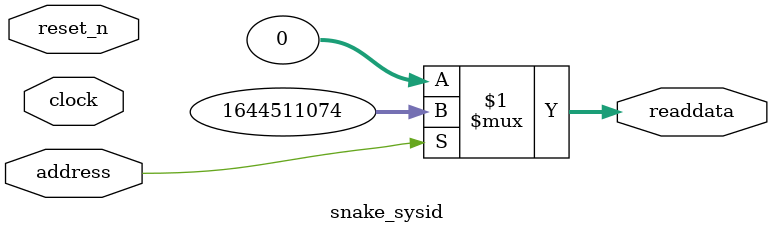
<source format=v>



// synthesis translate_off
`timescale 1ns / 1ps
// synthesis translate_on

// turn off superfluous verilog processor warnings 
// altera message_level Level1 
// altera message_off 10034 10035 10036 10037 10230 10240 10030 

module snake_sysid (
               // inputs:
                address,
                clock,
                reset_n,

               // outputs:
                readdata
             )
;

  output  [ 31: 0] readdata;
  input            address;
  input            clock;
  input            reset_n;

  wire    [ 31: 0] readdata;
  //control_slave, which is an e_avalon_slave
  assign readdata = address ? 1644511074 : 0;

endmodule



</source>
